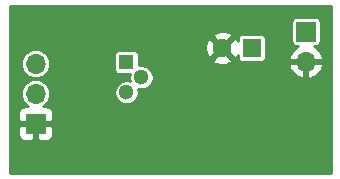
<source format=gbl>
G04 #@! TF.GenerationSoftware,KiCad,Pcbnew,(5.1.4)-1*
G04 #@! TF.CreationDate,2020-05-06T09:34:34+03:00*
G04 #@! TF.ProjectId,Singe_transistor_AMP,53696e67-655f-4747-9261-6e736973746f,V1*
G04 #@! TF.SameCoordinates,Original*
G04 #@! TF.FileFunction,Copper,L2,Bot*
G04 #@! TF.FilePolarity,Positive*
%FSLAX46Y46*%
G04 Gerber Fmt 4.6, Leading zero omitted, Abs format (unit mm)*
G04 Created by KiCad (PCBNEW (5.1.4)-1) date 2020-05-06 09:34:34*
%MOMM*%
%LPD*%
G04 APERTURE LIST*
%ADD10R,1.600000X1.600000*%
%ADD11C,1.600000*%
%ADD12R,1.700000X1.700000*%
%ADD13O,1.700000X1.700000*%
%ADD14C,1.300000*%
%ADD15R,1.300000X1.300000*%
%ADD16C,0.254000*%
G04 APERTURE END LIST*
D10*
X117900000Y-94000000D03*
D11*
X115400000Y-94000000D03*
D12*
X99600000Y-100400000D03*
D13*
X99600000Y-97860000D03*
X99600000Y-95320000D03*
D12*
X122500000Y-92600000D03*
D13*
X122500000Y-95140000D03*
D14*
X108570000Y-96470000D03*
X107300000Y-97740000D03*
D15*
X107300000Y-95200000D03*
D16*
G36*
X124594000Y-104594000D02*
G01*
X97406000Y-104594000D01*
X97406000Y-101250000D01*
X98111928Y-101250000D01*
X98124188Y-101374482D01*
X98160498Y-101494180D01*
X98219463Y-101604494D01*
X98298815Y-101701185D01*
X98395506Y-101780537D01*
X98505820Y-101839502D01*
X98625518Y-101875812D01*
X98750000Y-101888072D01*
X99314250Y-101885000D01*
X99473000Y-101726250D01*
X99473000Y-100527000D01*
X99727000Y-100527000D01*
X99727000Y-101726250D01*
X99885750Y-101885000D01*
X100450000Y-101888072D01*
X100574482Y-101875812D01*
X100694180Y-101839502D01*
X100804494Y-101780537D01*
X100901185Y-101701185D01*
X100980537Y-101604494D01*
X101039502Y-101494180D01*
X101075812Y-101374482D01*
X101088072Y-101250000D01*
X101085000Y-100685750D01*
X100926250Y-100527000D01*
X99727000Y-100527000D01*
X99473000Y-100527000D01*
X98273750Y-100527000D01*
X98115000Y-100685750D01*
X98111928Y-101250000D01*
X97406000Y-101250000D01*
X97406000Y-99550000D01*
X98111928Y-99550000D01*
X98115000Y-100114250D01*
X98273750Y-100273000D01*
X99473000Y-100273000D01*
X99473000Y-100253000D01*
X99727000Y-100253000D01*
X99727000Y-100273000D01*
X100926250Y-100273000D01*
X101085000Y-100114250D01*
X101088072Y-99550000D01*
X101075812Y-99425518D01*
X101039502Y-99305820D01*
X100980537Y-99195506D01*
X100901185Y-99098815D01*
X100804494Y-99019463D01*
X100694180Y-98960498D01*
X100574482Y-98924188D01*
X100450000Y-98911928D01*
X100241242Y-98913065D01*
X100287216Y-98888491D01*
X100474660Y-98734660D01*
X100628491Y-98547216D01*
X100742798Y-98333363D01*
X100813188Y-98101318D01*
X100836956Y-97860000D01*
X100813188Y-97618682D01*
X100742798Y-97386637D01*
X100628491Y-97172784D01*
X100474660Y-96985340D01*
X100287216Y-96831509D01*
X100073363Y-96717202D01*
X99841318Y-96646812D01*
X99660472Y-96629000D01*
X99539528Y-96629000D01*
X99358682Y-96646812D01*
X99126637Y-96717202D01*
X98912784Y-96831509D01*
X98725340Y-96985340D01*
X98571509Y-97172784D01*
X98457202Y-97386637D01*
X98386812Y-97618682D01*
X98363044Y-97860000D01*
X98386812Y-98101318D01*
X98457202Y-98333363D01*
X98571509Y-98547216D01*
X98725340Y-98734660D01*
X98912784Y-98888491D01*
X98958758Y-98913065D01*
X98750000Y-98911928D01*
X98625518Y-98924188D01*
X98505820Y-98960498D01*
X98395506Y-99019463D01*
X98298815Y-99098815D01*
X98219463Y-99195506D01*
X98160498Y-99305820D01*
X98124188Y-99425518D01*
X98111928Y-99550000D01*
X97406000Y-99550000D01*
X97406000Y-95320000D01*
X98363044Y-95320000D01*
X98386812Y-95561318D01*
X98457202Y-95793363D01*
X98571509Y-96007216D01*
X98725340Y-96194660D01*
X98912784Y-96348491D01*
X99126637Y-96462798D01*
X99358682Y-96533188D01*
X99539528Y-96551000D01*
X99660472Y-96551000D01*
X99841318Y-96533188D01*
X100073363Y-96462798D01*
X100287216Y-96348491D01*
X100474660Y-96194660D01*
X100628491Y-96007216D01*
X100742798Y-95793363D01*
X100813188Y-95561318D01*
X100836956Y-95320000D01*
X100813188Y-95078682D01*
X100742798Y-94846637D01*
X100628491Y-94632784D01*
X100560553Y-94550000D01*
X106267157Y-94550000D01*
X106267157Y-95850000D01*
X106274513Y-95924689D01*
X106296299Y-95996508D01*
X106331678Y-96062696D01*
X106379289Y-96120711D01*
X106437304Y-96168322D01*
X106503492Y-96203701D01*
X106575311Y-96225487D01*
X106650000Y-96232843D01*
X107565974Y-96232843D01*
X107539000Y-96368455D01*
X107539000Y-96571545D01*
X107573130Y-96743130D01*
X107401545Y-96709000D01*
X107198455Y-96709000D01*
X106999268Y-96748620D01*
X106811638Y-96826339D01*
X106642776Y-96939170D01*
X106499170Y-97082776D01*
X106386339Y-97251638D01*
X106308620Y-97439268D01*
X106269000Y-97638455D01*
X106269000Y-97841545D01*
X106308620Y-98040732D01*
X106386339Y-98228362D01*
X106499170Y-98397224D01*
X106642776Y-98540830D01*
X106811638Y-98653661D01*
X106999268Y-98731380D01*
X107198455Y-98771000D01*
X107401545Y-98771000D01*
X107600732Y-98731380D01*
X107788362Y-98653661D01*
X107957224Y-98540830D01*
X108100830Y-98397224D01*
X108213661Y-98228362D01*
X108291380Y-98040732D01*
X108331000Y-97841545D01*
X108331000Y-97638455D01*
X108296870Y-97466870D01*
X108468455Y-97501000D01*
X108671545Y-97501000D01*
X108870732Y-97461380D01*
X109058362Y-97383661D01*
X109227224Y-97270830D01*
X109370830Y-97127224D01*
X109483661Y-96958362D01*
X109561380Y-96770732D01*
X109601000Y-96571545D01*
X109601000Y-96368455D01*
X109561380Y-96169268D01*
X109483661Y-95981638D01*
X109370830Y-95812776D01*
X109227224Y-95669170D01*
X109058362Y-95556339D01*
X108914840Y-95496890D01*
X121058524Y-95496890D01*
X121103175Y-95644099D01*
X121228359Y-95906920D01*
X121402412Y-96140269D01*
X121618645Y-96335178D01*
X121868748Y-96484157D01*
X122143109Y-96581481D01*
X122373000Y-96460814D01*
X122373000Y-95267000D01*
X122627000Y-95267000D01*
X122627000Y-96460814D01*
X122856891Y-96581481D01*
X123131252Y-96484157D01*
X123381355Y-96335178D01*
X123597588Y-96140269D01*
X123771641Y-95906920D01*
X123896825Y-95644099D01*
X123941476Y-95496890D01*
X123820155Y-95267000D01*
X122627000Y-95267000D01*
X122373000Y-95267000D01*
X121179845Y-95267000D01*
X121058524Y-95496890D01*
X108914840Y-95496890D01*
X108870732Y-95478620D01*
X108671545Y-95439000D01*
X108468455Y-95439000D01*
X108332843Y-95465974D01*
X108332843Y-94992702D01*
X114586903Y-94992702D01*
X114658486Y-95236671D01*
X114913996Y-95357571D01*
X115188184Y-95426300D01*
X115470512Y-95440217D01*
X115750130Y-95398787D01*
X116016292Y-95303603D01*
X116141514Y-95236671D01*
X116213097Y-94992702D01*
X115400000Y-94179605D01*
X114586903Y-94992702D01*
X108332843Y-94992702D01*
X108332843Y-94550000D01*
X108325487Y-94475311D01*
X108303701Y-94403492D01*
X108268322Y-94337304D01*
X108220711Y-94279289D01*
X108162696Y-94231678D01*
X108096508Y-94196299D01*
X108024689Y-94174513D01*
X107950000Y-94167157D01*
X106650000Y-94167157D01*
X106575311Y-94174513D01*
X106503492Y-94196299D01*
X106437304Y-94231678D01*
X106379289Y-94279289D01*
X106331678Y-94337304D01*
X106296299Y-94403492D01*
X106274513Y-94475311D01*
X106267157Y-94550000D01*
X100560553Y-94550000D01*
X100474660Y-94445340D01*
X100287216Y-94291509D01*
X100073363Y-94177202D01*
X99841318Y-94106812D01*
X99660472Y-94089000D01*
X99539528Y-94089000D01*
X99358682Y-94106812D01*
X99126637Y-94177202D01*
X98912784Y-94291509D01*
X98725340Y-94445340D01*
X98571509Y-94632784D01*
X98457202Y-94846637D01*
X98386812Y-95078682D01*
X98363044Y-95320000D01*
X97406000Y-95320000D01*
X97406000Y-94070512D01*
X113959783Y-94070512D01*
X114001213Y-94350130D01*
X114096397Y-94616292D01*
X114163329Y-94741514D01*
X114407298Y-94813097D01*
X115220395Y-94000000D01*
X115579605Y-94000000D01*
X116392702Y-94813097D01*
X116636671Y-94741514D01*
X116717157Y-94571415D01*
X116717157Y-94800000D01*
X116724513Y-94874689D01*
X116746299Y-94946508D01*
X116781678Y-95012696D01*
X116829289Y-95070711D01*
X116887304Y-95118322D01*
X116953492Y-95153701D01*
X117025311Y-95175487D01*
X117100000Y-95182843D01*
X118700000Y-95182843D01*
X118774689Y-95175487D01*
X118846508Y-95153701D01*
X118912696Y-95118322D01*
X118970711Y-95070711D01*
X119018322Y-95012696D01*
X119053701Y-94946508D01*
X119075487Y-94874689D01*
X119082843Y-94800000D01*
X119082843Y-94783110D01*
X121058524Y-94783110D01*
X121179845Y-95013000D01*
X122373000Y-95013000D01*
X122373000Y-94993000D01*
X122627000Y-94993000D01*
X122627000Y-95013000D01*
X123820155Y-95013000D01*
X123941476Y-94783110D01*
X123896825Y-94635901D01*
X123771641Y-94373080D01*
X123597588Y-94139731D01*
X123381355Y-93944822D01*
X123193367Y-93832843D01*
X123350000Y-93832843D01*
X123424689Y-93825487D01*
X123496508Y-93803701D01*
X123562696Y-93768322D01*
X123620711Y-93720711D01*
X123668322Y-93662696D01*
X123703701Y-93596508D01*
X123725487Y-93524689D01*
X123732843Y-93450000D01*
X123732843Y-91750000D01*
X123725487Y-91675311D01*
X123703701Y-91603492D01*
X123668322Y-91537304D01*
X123620711Y-91479289D01*
X123562696Y-91431678D01*
X123496508Y-91396299D01*
X123424689Y-91374513D01*
X123350000Y-91367157D01*
X121650000Y-91367157D01*
X121575311Y-91374513D01*
X121503492Y-91396299D01*
X121437304Y-91431678D01*
X121379289Y-91479289D01*
X121331678Y-91537304D01*
X121296299Y-91603492D01*
X121274513Y-91675311D01*
X121267157Y-91750000D01*
X121267157Y-93450000D01*
X121274513Y-93524689D01*
X121296299Y-93596508D01*
X121331678Y-93662696D01*
X121379289Y-93720711D01*
X121437304Y-93768322D01*
X121503492Y-93803701D01*
X121575311Y-93825487D01*
X121650000Y-93832843D01*
X121806633Y-93832843D01*
X121618645Y-93944822D01*
X121402412Y-94139731D01*
X121228359Y-94373080D01*
X121103175Y-94635901D01*
X121058524Y-94783110D01*
X119082843Y-94783110D01*
X119082843Y-93200000D01*
X119075487Y-93125311D01*
X119053701Y-93053492D01*
X119018322Y-92987304D01*
X118970711Y-92929289D01*
X118912696Y-92881678D01*
X118846508Y-92846299D01*
X118774689Y-92824513D01*
X118700000Y-92817157D01*
X117100000Y-92817157D01*
X117025311Y-92824513D01*
X116953492Y-92846299D01*
X116887304Y-92881678D01*
X116829289Y-92929289D01*
X116781678Y-92987304D01*
X116746299Y-93053492D01*
X116724513Y-93125311D01*
X116717157Y-93200000D01*
X116717157Y-93421609D01*
X116703603Y-93383708D01*
X116636671Y-93258486D01*
X116392702Y-93186903D01*
X115579605Y-94000000D01*
X115220395Y-94000000D01*
X114407298Y-93186903D01*
X114163329Y-93258486D01*
X114042429Y-93513996D01*
X113973700Y-93788184D01*
X113959783Y-94070512D01*
X97406000Y-94070512D01*
X97406000Y-93007298D01*
X114586903Y-93007298D01*
X115400000Y-93820395D01*
X116213097Y-93007298D01*
X116141514Y-92763329D01*
X115886004Y-92642429D01*
X115611816Y-92573700D01*
X115329488Y-92559783D01*
X115049870Y-92601213D01*
X114783708Y-92696397D01*
X114658486Y-92763329D01*
X114586903Y-93007298D01*
X97406000Y-93007298D01*
X97406000Y-90406000D01*
X124594001Y-90406000D01*
X124594000Y-104594000D01*
X124594000Y-104594000D01*
G37*
X124594000Y-104594000D02*
X97406000Y-104594000D01*
X97406000Y-101250000D01*
X98111928Y-101250000D01*
X98124188Y-101374482D01*
X98160498Y-101494180D01*
X98219463Y-101604494D01*
X98298815Y-101701185D01*
X98395506Y-101780537D01*
X98505820Y-101839502D01*
X98625518Y-101875812D01*
X98750000Y-101888072D01*
X99314250Y-101885000D01*
X99473000Y-101726250D01*
X99473000Y-100527000D01*
X99727000Y-100527000D01*
X99727000Y-101726250D01*
X99885750Y-101885000D01*
X100450000Y-101888072D01*
X100574482Y-101875812D01*
X100694180Y-101839502D01*
X100804494Y-101780537D01*
X100901185Y-101701185D01*
X100980537Y-101604494D01*
X101039502Y-101494180D01*
X101075812Y-101374482D01*
X101088072Y-101250000D01*
X101085000Y-100685750D01*
X100926250Y-100527000D01*
X99727000Y-100527000D01*
X99473000Y-100527000D01*
X98273750Y-100527000D01*
X98115000Y-100685750D01*
X98111928Y-101250000D01*
X97406000Y-101250000D01*
X97406000Y-99550000D01*
X98111928Y-99550000D01*
X98115000Y-100114250D01*
X98273750Y-100273000D01*
X99473000Y-100273000D01*
X99473000Y-100253000D01*
X99727000Y-100253000D01*
X99727000Y-100273000D01*
X100926250Y-100273000D01*
X101085000Y-100114250D01*
X101088072Y-99550000D01*
X101075812Y-99425518D01*
X101039502Y-99305820D01*
X100980537Y-99195506D01*
X100901185Y-99098815D01*
X100804494Y-99019463D01*
X100694180Y-98960498D01*
X100574482Y-98924188D01*
X100450000Y-98911928D01*
X100241242Y-98913065D01*
X100287216Y-98888491D01*
X100474660Y-98734660D01*
X100628491Y-98547216D01*
X100742798Y-98333363D01*
X100813188Y-98101318D01*
X100836956Y-97860000D01*
X100813188Y-97618682D01*
X100742798Y-97386637D01*
X100628491Y-97172784D01*
X100474660Y-96985340D01*
X100287216Y-96831509D01*
X100073363Y-96717202D01*
X99841318Y-96646812D01*
X99660472Y-96629000D01*
X99539528Y-96629000D01*
X99358682Y-96646812D01*
X99126637Y-96717202D01*
X98912784Y-96831509D01*
X98725340Y-96985340D01*
X98571509Y-97172784D01*
X98457202Y-97386637D01*
X98386812Y-97618682D01*
X98363044Y-97860000D01*
X98386812Y-98101318D01*
X98457202Y-98333363D01*
X98571509Y-98547216D01*
X98725340Y-98734660D01*
X98912784Y-98888491D01*
X98958758Y-98913065D01*
X98750000Y-98911928D01*
X98625518Y-98924188D01*
X98505820Y-98960498D01*
X98395506Y-99019463D01*
X98298815Y-99098815D01*
X98219463Y-99195506D01*
X98160498Y-99305820D01*
X98124188Y-99425518D01*
X98111928Y-99550000D01*
X97406000Y-99550000D01*
X97406000Y-95320000D01*
X98363044Y-95320000D01*
X98386812Y-95561318D01*
X98457202Y-95793363D01*
X98571509Y-96007216D01*
X98725340Y-96194660D01*
X98912784Y-96348491D01*
X99126637Y-96462798D01*
X99358682Y-96533188D01*
X99539528Y-96551000D01*
X99660472Y-96551000D01*
X99841318Y-96533188D01*
X100073363Y-96462798D01*
X100287216Y-96348491D01*
X100474660Y-96194660D01*
X100628491Y-96007216D01*
X100742798Y-95793363D01*
X100813188Y-95561318D01*
X100836956Y-95320000D01*
X100813188Y-95078682D01*
X100742798Y-94846637D01*
X100628491Y-94632784D01*
X100560553Y-94550000D01*
X106267157Y-94550000D01*
X106267157Y-95850000D01*
X106274513Y-95924689D01*
X106296299Y-95996508D01*
X106331678Y-96062696D01*
X106379289Y-96120711D01*
X106437304Y-96168322D01*
X106503492Y-96203701D01*
X106575311Y-96225487D01*
X106650000Y-96232843D01*
X107565974Y-96232843D01*
X107539000Y-96368455D01*
X107539000Y-96571545D01*
X107573130Y-96743130D01*
X107401545Y-96709000D01*
X107198455Y-96709000D01*
X106999268Y-96748620D01*
X106811638Y-96826339D01*
X106642776Y-96939170D01*
X106499170Y-97082776D01*
X106386339Y-97251638D01*
X106308620Y-97439268D01*
X106269000Y-97638455D01*
X106269000Y-97841545D01*
X106308620Y-98040732D01*
X106386339Y-98228362D01*
X106499170Y-98397224D01*
X106642776Y-98540830D01*
X106811638Y-98653661D01*
X106999268Y-98731380D01*
X107198455Y-98771000D01*
X107401545Y-98771000D01*
X107600732Y-98731380D01*
X107788362Y-98653661D01*
X107957224Y-98540830D01*
X108100830Y-98397224D01*
X108213661Y-98228362D01*
X108291380Y-98040732D01*
X108331000Y-97841545D01*
X108331000Y-97638455D01*
X108296870Y-97466870D01*
X108468455Y-97501000D01*
X108671545Y-97501000D01*
X108870732Y-97461380D01*
X109058362Y-97383661D01*
X109227224Y-97270830D01*
X109370830Y-97127224D01*
X109483661Y-96958362D01*
X109561380Y-96770732D01*
X109601000Y-96571545D01*
X109601000Y-96368455D01*
X109561380Y-96169268D01*
X109483661Y-95981638D01*
X109370830Y-95812776D01*
X109227224Y-95669170D01*
X109058362Y-95556339D01*
X108914840Y-95496890D01*
X121058524Y-95496890D01*
X121103175Y-95644099D01*
X121228359Y-95906920D01*
X121402412Y-96140269D01*
X121618645Y-96335178D01*
X121868748Y-96484157D01*
X122143109Y-96581481D01*
X122373000Y-96460814D01*
X122373000Y-95267000D01*
X122627000Y-95267000D01*
X122627000Y-96460814D01*
X122856891Y-96581481D01*
X123131252Y-96484157D01*
X123381355Y-96335178D01*
X123597588Y-96140269D01*
X123771641Y-95906920D01*
X123896825Y-95644099D01*
X123941476Y-95496890D01*
X123820155Y-95267000D01*
X122627000Y-95267000D01*
X122373000Y-95267000D01*
X121179845Y-95267000D01*
X121058524Y-95496890D01*
X108914840Y-95496890D01*
X108870732Y-95478620D01*
X108671545Y-95439000D01*
X108468455Y-95439000D01*
X108332843Y-95465974D01*
X108332843Y-94992702D01*
X114586903Y-94992702D01*
X114658486Y-95236671D01*
X114913996Y-95357571D01*
X115188184Y-95426300D01*
X115470512Y-95440217D01*
X115750130Y-95398787D01*
X116016292Y-95303603D01*
X116141514Y-95236671D01*
X116213097Y-94992702D01*
X115400000Y-94179605D01*
X114586903Y-94992702D01*
X108332843Y-94992702D01*
X108332843Y-94550000D01*
X108325487Y-94475311D01*
X108303701Y-94403492D01*
X108268322Y-94337304D01*
X108220711Y-94279289D01*
X108162696Y-94231678D01*
X108096508Y-94196299D01*
X108024689Y-94174513D01*
X107950000Y-94167157D01*
X106650000Y-94167157D01*
X106575311Y-94174513D01*
X106503492Y-94196299D01*
X106437304Y-94231678D01*
X106379289Y-94279289D01*
X106331678Y-94337304D01*
X106296299Y-94403492D01*
X106274513Y-94475311D01*
X106267157Y-94550000D01*
X100560553Y-94550000D01*
X100474660Y-94445340D01*
X100287216Y-94291509D01*
X100073363Y-94177202D01*
X99841318Y-94106812D01*
X99660472Y-94089000D01*
X99539528Y-94089000D01*
X99358682Y-94106812D01*
X99126637Y-94177202D01*
X98912784Y-94291509D01*
X98725340Y-94445340D01*
X98571509Y-94632784D01*
X98457202Y-94846637D01*
X98386812Y-95078682D01*
X98363044Y-95320000D01*
X97406000Y-95320000D01*
X97406000Y-94070512D01*
X113959783Y-94070512D01*
X114001213Y-94350130D01*
X114096397Y-94616292D01*
X114163329Y-94741514D01*
X114407298Y-94813097D01*
X115220395Y-94000000D01*
X115579605Y-94000000D01*
X116392702Y-94813097D01*
X116636671Y-94741514D01*
X116717157Y-94571415D01*
X116717157Y-94800000D01*
X116724513Y-94874689D01*
X116746299Y-94946508D01*
X116781678Y-95012696D01*
X116829289Y-95070711D01*
X116887304Y-95118322D01*
X116953492Y-95153701D01*
X117025311Y-95175487D01*
X117100000Y-95182843D01*
X118700000Y-95182843D01*
X118774689Y-95175487D01*
X118846508Y-95153701D01*
X118912696Y-95118322D01*
X118970711Y-95070711D01*
X119018322Y-95012696D01*
X119053701Y-94946508D01*
X119075487Y-94874689D01*
X119082843Y-94800000D01*
X119082843Y-94783110D01*
X121058524Y-94783110D01*
X121179845Y-95013000D01*
X122373000Y-95013000D01*
X122373000Y-94993000D01*
X122627000Y-94993000D01*
X122627000Y-95013000D01*
X123820155Y-95013000D01*
X123941476Y-94783110D01*
X123896825Y-94635901D01*
X123771641Y-94373080D01*
X123597588Y-94139731D01*
X123381355Y-93944822D01*
X123193367Y-93832843D01*
X123350000Y-93832843D01*
X123424689Y-93825487D01*
X123496508Y-93803701D01*
X123562696Y-93768322D01*
X123620711Y-93720711D01*
X123668322Y-93662696D01*
X123703701Y-93596508D01*
X123725487Y-93524689D01*
X123732843Y-93450000D01*
X123732843Y-91750000D01*
X123725487Y-91675311D01*
X123703701Y-91603492D01*
X123668322Y-91537304D01*
X123620711Y-91479289D01*
X123562696Y-91431678D01*
X123496508Y-91396299D01*
X123424689Y-91374513D01*
X123350000Y-91367157D01*
X121650000Y-91367157D01*
X121575311Y-91374513D01*
X121503492Y-91396299D01*
X121437304Y-91431678D01*
X121379289Y-91479289D01*
X121331678Y-91537304D01*
X121296299Y-91603492D01*
X121274513Y-91675311D01*
X121267157Y-91750000D01*
X121267157Y-93450000D01*
X121274513Y-93524689D01*
X121296299Y-93596508D01*
X121331678Y-93662696D01*
X121379289Y-93720711D01*
X121437304Y-93768322D01*
X121503492Y-93803701D01*
X121575311Y-93825487D01*
X121650000Y-93832843D01*
X121806633Y-93832843D01*
X121618645Y-93944822D01*
X121402412Y-94139731D01*
X121228359Y-94373080D01*
X121103175Y-94635901D01*
X121058524Y-94783110D01*
X119082843Y-94783110D01*
X119082843Y-93200000D01*
X119075487Y-93125311D01*
X119053701Y-93053492D01*
X119018322Y-92987304D01*
X118970711Y-92929289D01*
X118912696Y-92881678D01*
X118846508Y-92846299D01*
X118774689Y-92824513D01*
X118700000Y-92817157D01*
X117100000Y-92817157D01*
X117025311Y-92824513D01*
X116953492Y-92846299D01*
X116887304Y-92881678D01*
X116829289Y-92929289D01*
X116781678Y-92987304D01*
X116746299Y-93053492D01*
X116724513Y-93125311D01*
X116717157Y-93200000D01*
X116717157Y-93421609D01*
X116703603Y-93383708D01*
X116636671Y-93258486D01*
X116392702Y-93186903D01*
X115579605Y-94000000D01*
X115220395Y-94000000D01*
X114407298Y-93186903D01*
X114163329Y-93258486D01*
X114042429Y-93513996D01*
X113973700Y-93788184D01*
X113959783Y-94070512D01*
X97406000Y-94070512D01*
X97406000Y-93007298D01*
X114586903Y-93007298D01*
X115400000Y-93820395D01*
X116213097Y-93007298D01*
X116141514Y-92763329D01*
X115886004Y-92642429D01*
X115611816Y-92573700D01*
X115329488Y-92559783D01*
X115049870Y-92601213D01*
X114783708Y-92696397D01*
X114658486Y-92763329D01*
X114586903Y-93007298D01*
X97406000Y-93007298D01*
X97406000Y-90406000D01*
X124594001Y-90406000D01*
X124594000Y-104594000D01*
M02*

</source>
